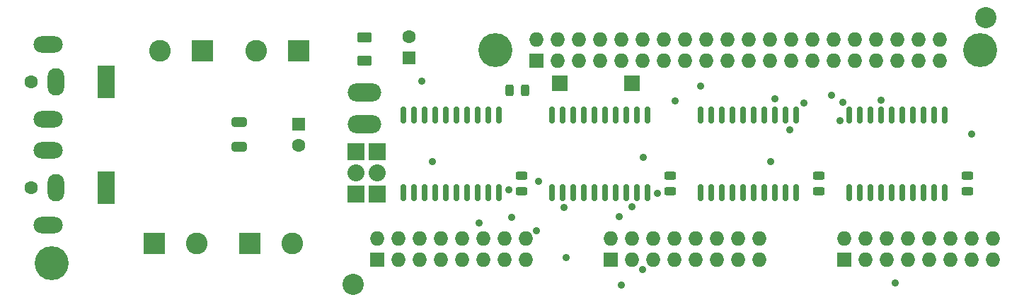
<source format=gbr>
%TF.GenerationSoftware,KiCad,Pcbnew,(6.0.0)*%
%TF.CreationDate,2022-06-25T21:25:22+02:00*%
%TF.ProjectId,active3-rpi-hub75-adapter,61637469-7665-4332-9d72-70692d687562,rev?*%
%TF.SameCoordinates,Original*%
%TF.FileFunction,Soldermask,Top*%
%TF.FilePolarity,Negative*%
%FSLAX46Y46*%
G04 Gerber Fmt 4.6, Leading zero omitted, Abs format (unit mm)*
G04 Created by KiCad (PCBNEW (6.0.0)) date 2022-06-25 21:25:22*
%MOMM*%
%LPD*%
G01*
G04 APERTURE LIST*
G04 Aperture macros list*
%AMRoundRect*
0 Rectangle with rounded corners*
0 $1 Rounding radius*
0 $2 $3 $4 $5 $6 $7 $8 $9 X,Y pos of 4 corners*
0 Add a 4 corners polygon primitive as box body*
4,1,4,$2,$3,$4,$5,$6,$7,$8,$9,$2,$3,0*
0 Add four circle primitives for the rounded corners*
1,1,$1+$1,$2,$3*
1,1,$1+$1,$4,$5*
1,1,$1+$1,$6,$7*
1,1,$1+$1,$8,$9*
0 Add four rect primitives between the rounded corners*
20,1,$1+$1,$2,$3,$4,$5,0*
20,1,$1+$1,$4,$5,$6,$7,0*
20,1,$1+$1,$6,$7,$8,$9,0*
20,1,$1+$1,$8,$9,$2,$3,0*%
G04 Aperture macros list end*
%ADD10RoundRect,0.243750X0.456250X-0.243750X0.456250X0.243750X-0.456250X0.243750X-0.456250X-0.243750X0*%
%ADD11R,1.727200X1.727200*%
%ADD12O,1.727200X1.727200*%
%ADD13C,4.064000*%
%ADD14RoundRect,0.243750X-0.243750X-0.456250X0.243750X-0.456250X0.243750X0.456250X-0.243750X0.456250X0*%
%ADD15R,1.900000X1.900000*%
%ADD16R,1.600000X1.600000*%
%ADD17C,1.600000*%
%ADD18RoundRect,0.250000X0.625000X-0.375000X0.625000X0.375000X-0.625000X0.375000X-0.625000X-0.375000X0*%
%ADD19C,2.540000*%
%ADD20O,4.000000X2.200000*%
%ADD21R,2.032000X2.032000*%
%ADD22C,2.032000*%
%ADD23O,2.032000X2.032000*%
%ADD24RoundRect,0.150000X-0.150000X0.875000X-0.150000X-0.875000X0.150000X-0.875000X0.150000X0.875000X0*%
%ADD25R,2.000000X4.000000*%
%ADD26O,2.000000X3.300000*%
%ADD27O,3.500000X2.000000*%
%ADD28R,2.600000X2.600000*%
%ADD29C,2.600000*%
%ADD30RoundRect,0.250000X-0.650000X0.325000X-0.650000X-0.325000X0.650000X-0.325000X0.650000X0.325000X0*%
%ADD31C,0.889000*%
G04 APERTURE END LIST*
D10*
%TO.C,C1*%
X106172000Y-58849500D03*
X106172000Y-56974500D03*
%TD*%
%TO.C,C2*%
X123952000Y-58849500D03*
X123952000Y-56974500D03*
%TD*%
%TO.C,C3*%
X141732000Y-58849500D03*
X141732000Y-56974500D03*
%TD*%
D11*
%TO.C,P1*%
X107950000Y-43180000D03*
D12*
X107950000Y-40640000D03*
X110490000Y-43180000D03*
X110490000Y-40640000D03*
X113030000Y-43180000D03*
X113030000Y-40640000D03*
X115570000Y-43180000D03*
X115570000Y-40640000D03*
X118110000Y-43180000D03*
X118110000Y-40640000D03*
X120650000Y-43180000D03*
X120650000Y-40640000D03*
X123190000Y-43180000D03*
X123190000Y-40640000D03*
X125730000Y-43180000D03*
X125730000Y-40640000D03*
X128270000Y-43180000D03*
X128270000Y-40640000D03*
X130810000Y-43180000D03*
X130810000Y-40640000D03*
X133350000Y-43180000D03*
X133350000Y-40640000D03*
X135890000Y-43180000D03*
X135890000Y-40640000D03*
X138430000Y-43180000D03*
X138430000Y-40640000D03*
X140970000Y-43180000D03*
X140970000Y-40640000D03*
X143510000Y-43180000D03*
X143510000Y-40640000D03*
X146050000Y-43180000D03*
X146050000Y-40640000D03*
X148590000Y-43180000D03*
X148590000Y-40640000D03*
X151130000Y-43180000D03*
X151130000Y-40640000D03*
X153670000Y-43180000D03*
X153670000Y-40640000D03*
X156210000Y-43180000D03*
X156210000Y-40640000D03*
%TD*%
D11*
%TO.C,Panel-1*%
X88900000Y-67056000D03*
D12*
X88900000Y-64516000D03*
X91440000Y-67056000D03*
X91440000Y-64516000D03*
X93980000Y-67056000D03*
X93980000Y-64516000D03*
X96520000Y-67056000D03*
X96520000Y-64516000D03*
X99060000Y-67056000D03*
X99060000Y-64516000D03*
X101600000Y-67056000D03*
X101600000Y-64516000D03*
X104140000Y-67056000D03*
X104140000Y-64516000D03*
X106680000Y-67056000D03*
X106680000Y-64516000D03*
%TD*%
D11*
%TO.C,Panel-2*%
X116840000Y-67056000D03*
D12*
X116840000Y-64516000D03*
X119380000Y-67056000D03*
X119380000Y-64516000D03*
X121920000Y-67056000D03*
X121920000Y-64516000D03*
X124460000Y-67056000D03*
X124460000Y-64516000D03*
X127000000Y-67056000D03*
X127000000Y-64516000D03*
X129540000Y-67056000D03*
X129540000Y-64516000D03*
X132080000Y-67056000D03*
X132080000Y-64516000D03*
X134620000Y-67056000D03*
X134620000Y-64516000D03*
%TD*%
D11*
%TO.C,Panel-3*%
X144780000Y-67056000D03*
D12*
X144780000Y-64516000D03*
X147320000Y-67056000D03*
X147320000Y-64516000D03*
X149860000Y-67056000D03*
X149860000Y-64516000D03*
X152400000Y-67056000D03*
X152400000Y-64516000D03*
X154940000Y-67056000D03*
X154940000Y-64516000D03*
X157480000Y-67056000D03*
X157480000Y-64516000D03*
X160020000Y-67056000D03*
X160020000Y-64516000D03*
X162560000Y-67056000D03*
X162560000Y-64516000D03*
%TD*%
D13*
%TO.C,P20*%
X103080000Y-41910000D03*
%TD*%
%TO.C,P21*%
X161080000Y-41910000D03*
%TD*%
D14*
%TO.C,R1*%
X104726500Y-46736000D03*
X106601500Y-46736000D03*
%TD*%
D15*
%TO.C,P5*%
X110744000Y-45847000D03*
%TD*%
D16*
%TO.C,C5*%
X92710000Y-42799000D03*
D17*
X92710000Y-40299000D03*
%TD*%
D15*
%TO.C,P3*%
X119380000Y-45847000D03*
%TD*%
D18*
%TO.C,C6*%
X87376000Y-43183000D03*
X87376000Y-40383000D03*
%TD*%
D19*
%TO.C,REF\u002A\u002A*%
X86000000Y-70000000D03*
%TD*%
D20*
%TO.C,P2*%
X87376000Y-46990000D03*
%TD*%
%TO.C,P4*%
X87376000Y-50800000D03*
%TD*%
D21*
%TO.C,P6*%
X86360000Y-54102000D03*
X88900000Y-54102000D03*
%TD*%
D22*
%TO.C,P7*%
X86360000Y-56642000D03*
D23*
X88900000Y-56642000D03*
%TD*%
D21*
%TO.C,P8*%
X86360000Y-59182000D03*
X88900000Y-59182000D03*
%TD*%
D24*
%TO.C,U1*%
X103505000Y-49706000D03*
X102235000Y-49706000D03*
X100965000Y-49706000D03*
X99695000Y-49706000D03*
X98425000Y-49706000D03*
X97155000Y-49706000D03*
X95885000Y-49706000D03*
X94615000Y-49706000D03*
X93345000Y-49706000D03*
X92075000Y-49706000D03*
X92075000Y-59006000D03*
X93345000Y-59006000D03*
X94615000Y-59006000D03*
X95885000Y-59006000D03*
X97155000Y-59006000D03*
X98425000Y-59006000D03*
X99695000Y-59006000D03*
X100965000Y-59006000D03*
X102235000Y-59006000D03*
X103505000Y-59006000D03*
%TD*%
%TO.C,U2*%
X121285000Y-49706000D03*
X120015000Y-49706000D03*
X118745000Y-49706000D03*
X117475000Y-49706000D03*
X116205000Y-49706000D03*
X114935000Y-49706000D03*
X113665000Y-49706000D03*
X112395000Y-49706000D03*
X111125000Y-49706000D03*
X109855000Y-49706000D03*
X109855000Y-59006000D03*
X111125000Y-59006000D03*
X112395000Y-59006000D03*
X113665000Y-59006000D03*
X114935000Y-59006000D03*
X116205000Y-59006000D03*
X117475000Y-59006000D03*
X118745000Y-59006000D03*
X120015000Y-59006000D03*
X121285000Y-59006000D03*
%TD*%
%TO.C,U3*%
X139065000Y-49706000D03*
X137795000Y-49706000D03*
X136525000Y-49706000D03*
X135255000Y-49706000D03*
X133985000Y-49706000D03*
X132715000Y-49706000D03*
X131445000Y-49706000D03*
X130175000Y-49706000D03*
X128905000Y-49706000D03*
X127635000Y-49706000D03*
X127635000Y-59006000D03*
X128905000Y-59006000D03*
X130175000Y-59006000D03*
X131445000Y-59006000D03*
X132715000Y-59006000D03*
X133985000Y-59006000D03*
X135255000Y-59006000D03*
X136525000Y-59006000D03*
X137795000Y-59006000D03*
X139065000Y-59006000D03*
%TD*%
%TO.C,U4*%
X156845000Y-49706000D03*
X155575000Y-49706000D03*
X154305000Y-49706000D03*
X153035000Y-49706000D03*
X151765000Y-49706000D03*
X150495000Y-49706000D03*
X149225000Y-49706000D03*
X147955000Y-49706000D03*
X146685000Y-49706000D03*
X145415000Y-49706000D03*
X145415000Y-59006000D03*
X146685000Y-59006000D03*
X147955000Y-59006000D03*
X149225000Y-59006000D03*
X150495000Y-59006000D03*
X151765000Y-59006000D03*
X153035000Y-59006000D03*
X154305000Y-59006000D03*
X155575000Y-59006000D03*
X156845000Y-59006000D03*
%TD*%
D19*
%TO.C,REF\u002A\u002A*%
X161700000Y-38000000D03*
%TD*%
D10*
%TO.C,C4*%
X159512000Y-58849500D03*
X159512000Y-56974500D03*
%TD*%
D13*
%TO.C,*%
X50000000Y-67500000D03*
%TD*%
D17*
%TO.C,J6*%
X47500000Y-58420000D03*
D25*
X56500000Y-58420000D03*
D26*
X50500000Y-58420000D03*
D27*
X49500000Y-62920000D03*
X49500000Y-53920000D03*
%TD*%
D28*
%TO.C,J1*%
X62225000Y-65070000D03*
D29*
X67305000Y-65070000D03*
%TD*%
D28*
%TO.C,J3*%
X68000000Y-42000000D03*
D29*
X62920000Y-42000000D03*
%TD*%
D16*
%TO.C,C7*%
X79500000Y-50817621D03*
D17*
X79500000Y-53317621D03*
%TD*%
%TO.C,J5*%
X47500000Y-45720000D03*
D25*
X56500000Y-45720000D03*
D26*
X50500000Y-45720000D03*
D27*
X49500000Y-50220000D03*
X49500000Y-41220000D03*
%TD*%
D30*
%TO.C,C8*%
X72390000Y-50550000D03*
X72390000Y-53500000D03*
%TD*%
D28*
%TO.C,J4*%
X79500000Y-42000000D03*
D29*
X74420000Y-42000000D03*
%TD*%
D28*
%TO.C,J2*%
X73655000Y-65070000D03*
D29*
X78735000Y-65070000D03*
%TD*%
D31*
X122448000Y-59056000D03*
X104659500Y-58655800D03*
X160000000Y-52000000D03*
X144634400Y-48160000D03*
X95500000Y-55250000D03*
X105029000Y-61976000D03*
X120750000Y-54750000D03*
X136000000Y-55250000D03*
X144310000Y-50350700D03*
X149225000Y-47951000D03*
X143270400Y-47332100D03*
X94208000Y-45594300D03*
X139973900Y-48232500D03*
X136525000Y-47724700D03*
X127635000Y-46228000D03*
X138230600Y-51450000D03*
X111520000Y-66774400D03*
X111221000Y-60767800D03*
X107940500Y-63564400D03*
X101092000Y-62611000D03*
X117884900Y-61925400D03*
X119380700Y-60713100D03*
X124587000Y-48006000D03*
X108204000Y-57658000D03*
X120650000Y-68262460D03*
X118110000Y-70104000D03*
X150876000Y-69850000D03*
M02*

</source>
